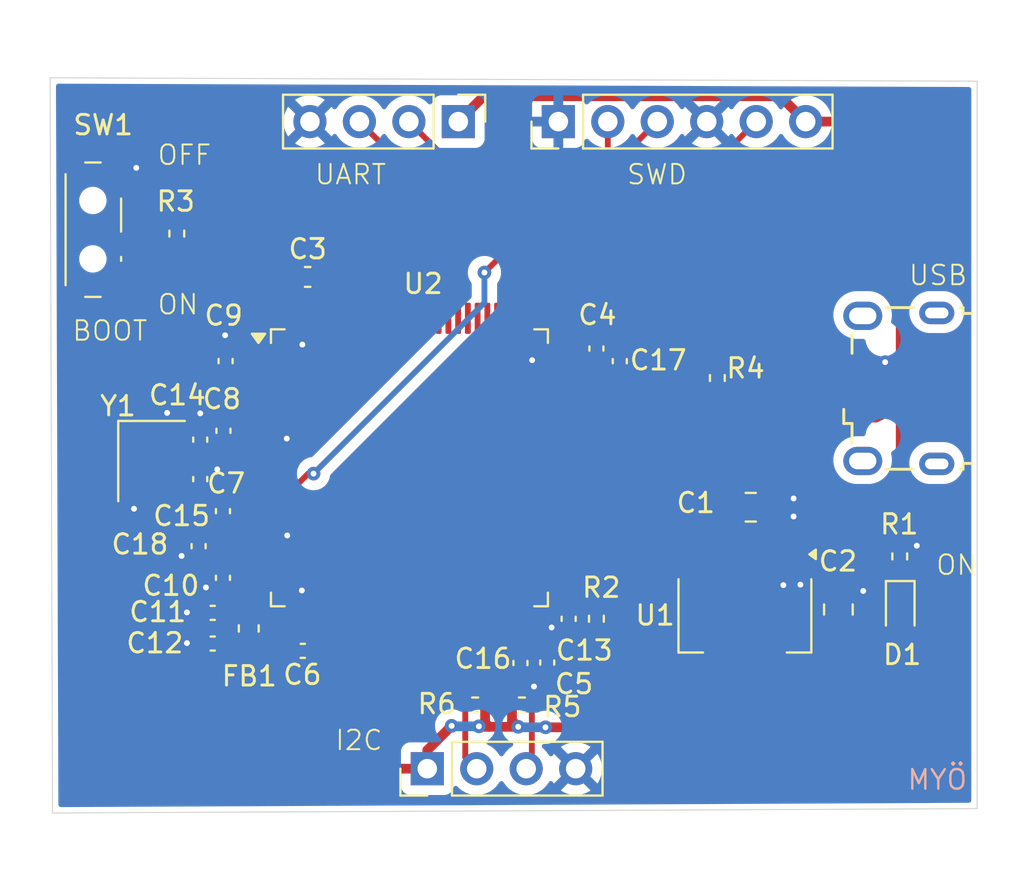
<source format=kicad_pcb>
(kicad_pcb (version 20241229) (generator "pcbnew") (generator_version "9.0")
  (layers (0 "F.Cu" signal) (2 "B.Cu" power) (13 "F.Paste" user) (15 "B.Paste" user) (5 "F.SilkS" user "F.Silkscreen") (7 "B.SilkS" user "B.Silkscreen") (1 "F.Mask" user) (3 "B.Mask" user) (25 "Edge.Cuts" user))
  (net 0 "")
  (net 1 "GND")
  (net 2 "VBUS")
  (net 3 "+3.3V")
  (net 4 "+3.3VA")
  (net 5 "/NRST")
  (net 6 "/HSE_IN")
  (net 7 "/HSE_OUT")
  (net 8 "Net-(U2-VCAP_1)")
  (net 9 "Net-(U2-VCAP_2)")
  (net 10 "/PWR_LED_K")
  (net 13 "/USB_D+")
  (net 15 "/USB_D-")
  (net 18 "/SWCLK")
  (net 19 "/SWDIO")
  (net 20 "/USART1_TX")
  (net 21 "/USART1_RX")
  (net 22 "/I2C2_SCL")
  (net 23 "/I2C2_SDA")
  (net 24 "/SW_BOOT0")
  (net 25 "/BOOT0")
  (footprint "Resistor_SMD:R_0402_1005Metric" (layer "F.Cu") (at 79.175 61.975 180)
    (property "Reference" "R5")
    (property "Value" "1k5")
  )
  (footprint "Resistor_SMD:R_0402_1005Metric" (layer "F.Cu") (at 76.775 61.975)
    (property "Reference" "R6")
    (property "Value" "1k5")
  )
  (footprint "Connector_PinHeader_2.54mm:PinHeader_1x06_P2.54mm_Vertical" (layer "F.Cu") (at 81.045 32.025 90)
    (property "Reference" "J2")
    (property "Value" "Conn_01x06_Pin")
  )
  (footprint "Package_TO_SOT_SMD:SOT-223-3_TabPin2" (layer "F.Cu") (at 90.625 57.375 -90)
    (property "Reference" "U1")
    (property "Value" "AMS1117-3.3")
  )
  (footprint "Resistor_SMD:R_0402_1005Metric" (layer "F.Cu") (at 61.455 37.775 90)
    (property "Reference" "R3")
    (property "Value" "10k")
  )
  (footprint "Resistor_SMD:R_0402_1005Metric" (layer "F.Cu") (at 83 57.55 90)
    (property "Reference" "R2")
    (property "Value" "10k")
  )
  (footprint "Connector_PinHeader_2.54mm:PinHeader_1x04_P2.54mm_Vertical" (layer "F.Cu") (at 75.91 32.025 -90)
    (property "Reference" "J3")
    (property "Value" "Conn_01x04_Pin")
  )
  (footprint "Capacitor_SMD:C_0603_1608Metric" (layer "F.Cu") (at 68.175 40)
    (property "Reference" "C3")
    (property "Value" "10u")
  )
  (footprint "Connector_USB:USB_Micro-B_Wuerth_629105150521" (layer "F.Cu") (at 98.525 45.725 90)
    (property "Reference" "J1")
    (property "Value" "USB_B_Micro")
  )
  (footprint "Button_Switch_SMD:SW_SPDT_PCM12" (layer "F.Cu") (at 57.475 37.575 -90)
    (property "Reference" "SW1")
    (property "Value" "SW_SPDT")
  )
  (footprint "Resistor_SMD:R_0402_1005Metric" (layer "F.Cu") (at 89.21 45.19 -90)
    (property "Reference" "R4")
    (property "Value" "1k5")
  )
  (footprint "Capacitor_SMD:C_0805_2012Metric" (layer "F.Cu") (at 90.925 51.825)
    (property "Reference" "C1")
    (property "Value" "22u")
  )
  (footprint "Capacitor_SMD:C_0402_1005Metric" (layer "F.Cu") (at 63.96 44.32 90)
    (property "Reference" "C9")
    (property "Value" "100n")
  )
  (footprint "Capacitor_SMD:C_0402_1005Metric" (layer "F.Cu") (at 63.85 47.9 90)
    (property "Reference" "C8")
    (property "Value" "100n")
  )
  (footprint "Capacitor_SMD:C_0402_1005Metric" (layer "F.Cu") (at 67.925 59.2 180)
    (property "Reference" "C6")
    (property "Value" "100n")
  )
  (footprint "Capacitor_SMD:C_0402_1005Metric" (layer "F.Cu") (at 62.6575 48.355 90)
    (property "Reference" "C14")
    (property "Value" "22p")
  )
  (footprint "Resistor_SMD:R_0402_1005Metric" (layer "F.Cu") (at 98.575 54.35 90)
    (property "Reference" "R1")
    (property "Value" "1k5")
  )
  (footprint "Capacitor_SMD:C_0402_1005Metric" (layer "F.Cu") (at 63.825 55.45 -90)
    (property "Reference" "C10")
    (property "Value" "10n")
  )
  (footprint "Capacitor_SMD:C_0402_1005Metric" (layer "F.Cu") (at 63.3 58.825 180)
    (property "Reference" "C12")
    (property "Value" "1u")
  )
  (footprint "Package_QFP:LQFP-100_14x14mm_P0.5mm" (layer "F.Cu") (at 73.4 49.8)
    (property "Reference" "U2")
    (property "Value" "STM32F407VGTx")
  )
  (footprint "Crystal:Crystal_SMD_3225-4Pin_3.2x2.5mm" (layer "F.Cu") (at 60.1575 49.455 -90)
    (property "Reference" "Y1")
    (property "Value" "8MHz")
  )
  (footprint "Capacitor_SMD:C_0402_1005Metric" (layer "F.Cu") (at 81.575 57.555 -90)
    (property "Reference" "C13")
    (property "Value" "100n")
  )
  (footprint "Capacitor_SMD:C_0402_1005Metric" (layer "F.Cu") (at 84.2 44.325 -90)
    (property "Reference" "C17")
    (property "Value" "100n")
  )
  (footprint "Connector_PinHeader_2.54mm:PinHeader_1x04_P2.54mm_Vertical" (layer "F.Cu") (at 74.315 65.25 90)
    (property "Reference" "J4")
    (property "Value" "Conn_01x04_Pin")
  )
  (footprint "Capacitor_SMD:C_0402_1005Metric" (layer "F.Cu") (at 62.575 53.825 90)
    (property "Reference" "C18")
    (property "Value" "100n")
  )
  (footprint "Capacitor_SMD:C_0402_1005Metric" (layer "F.Cu") (at 63.3 57.25 180)
    (property "Reference" "C11")
    (property "Value" "1u")
  )
  (footprint "Capacitor_SMD:C_0402_1005Metric" (layer "F.Cu") (at 62.6575 50.38 90)
    (property "Reference" "C15")
    (property "Value" "22p")
  )
  (footprint "LED_SMD:LED_0603_1608Metric" (layer "F.Cu") (at 98.6 57.1 -90)
    (property "Reference" "D1")
    (property "Value" "RED")
  )
  (footprint "Capacitor_SMD:C_0402_1005Metric" (layer "F.Cu") (at 83 43.675 -90)
    (property "Reference" "C4")
    (property "Value" "100n")
  )
  (footprint "Capacitor_SMD:C_0805_2012Metric" (layer "F.Cu") (at 95.425 57.075 90)
    (property "Reference" "C2")
    (property "Value" "22u")
  )
  (footprint "Capacitor_SMD:C_0402_1005Metric" (layer "F.Cu") (at 79.1 59.825 90)
    (property "Reference" "C16")
    (property "Value" "100n")
  )
  (footprint "Capacitor_SMD:C_0402_1005Metric" (layer "F.Cu") (at 63.825 52.025 -90)
    (property "Reference" "C7")
    (property "Value" "100n")
  )
  (footprint "Inductor_SMD:L_0603_1608Metric" (layer "F.Cu") (at 65.15 58.05 -90)
    (property "Reference" "FB1")
    (property "Value" "120R")
  )
  (footprint "Capacitor_SMD:C_0402_1005Metric" (layer "F.Cu") (at 80.475 59.8 -90)
    (property "Reference" "C5")
    (property "Value" "100n")
  )
  (gr_line (start 102.55 29.95) (end 102.55 67.3) (stroke (width 0.05)) (layer "Edge.Cuts"))
  (gr_line (start 102.55 67.3) (end 55.075 67.525) (stroke (width 0.05)) (layer "Edge.Cuts"))
  (gr_line (start 54.95 29.775) (end 102.55 29.95) (stroke (width 0.05)) (layer "Edge.Cuts"))
  (gr_line (start 55.075 67.525) (end 54.95 29.775) (stroke (width 0.05)) (layer "Edge.Cuts"))
  (gr_text "BOOT" (at 56.025 43.35 0) (layer "F.SilkS") (effects (font (size 1 1) (thickness 0.1)) (justify left bottom)))
  (gr_text "I2C" (at 69.525 64.375 0) (layer "F.SilkS") (effects (font (size 1 1) (thickness 0.1)) (justify left bottom)))
  (gr_text "OFF" (at 60.4 34.325 0) (layer "F.SilkS") (effects (font (size 1 1) (thickness 0.1)) (justify left bottom)))
  (gr_text "ON" (at 60.4 42 0) (layer "F.SilkS") (effects (font (size 1 1) (thickness 0.1)) (justify left bottom)))
  (gr_text "UART" (at 68.475 35.325 0) (layer "F.SilkS") (effects (font (size 1 1) (thickness 0.1)) (justify left bottom)))
  (gr_text "USB" (at 98.975 40.5 0) (layer "F.SilkS") (effects (font (size 1 1) (thickness 0.1)) (justify left bottom)))
  (gr_text "SWD" (at 84.5 35.325 0) (layer "F.SilkS") (effects (font (size 1 1) (thickness 0.1)) (justify left bottom)))
  (gr_text "ON" (at 100.375 55.375 0) (layer "F.SilkS") (effects (font (size 1 1) (thickness 0.1)) (justify left bottom)))
  (gr_text "MYÖ" (at 98.9 66.4 0) (layer "B.SilkS") (effects (font (size 1 1) (thickness 0.125)) (justify left bottom)))
  (segment (start 64.611945 53.3) (end 65.725 53.3) (width 0.3) (layer "F.Cu") (net 1))
  (segment (start 67.9 58.435001) (end 67.445 58.890001) (width 0.3) (layer "F.Cu") (net 1))
  (segment (start 79.725 44.3) (end 79.7 44.275) (width 0.3) (layer "F.Cu") (net 1))
  (segment (start 62.6575 49.9) (end 63.5125 49.9) (width 0.5) (layer "F.Cu") (net 1))
  (segment (start 96.62 44.38) (end 97.82 44.38) (width 0.3) (layer "F.Cu") (net 1))
  (segment (start 58.905 35.325) (end 58.905 34.87) (width 0.3) (layer "F.Cu") (net 1))
  (segment (start 67.9 57.475) (end 67.9 58.435001) (width 0.3) (layer "F.Cu") (net 1))
  (segment (start 67.9 41.05) (end 68.95 40) (width 0.3) (layer "F.Cu") (net 1))
  (segment (start 80.475 60.35) (end 79.794975 61.030025) (width 0.5) (layer "F.Cu") (net 1))
  (segment (start 67.9 42.125) (end 67.9 43.475) (width 0.3) (layer "F.Cu") (net 1))
  (segment (start 79.1 60.305) (end 79.1 60.33505) (width 0.5) (layer "F.Cu") (net 1))
  (segment (start 65.725 48.3) (end 67.1 48.3) (width 0.3) (layer "F.Cu") (net 1))
  (segment (start 63.825 52.513055) (end 64.611945 53.3) (width 0.3) (layer "F.Cu") (net 1))
  (segment (start 62.965 55.93) (end 62.95 55.945) (width 0.5) (layer "F.Cu") (net 1))
  (segment (start 84.2 43.845) (end 83.31 43.845) (width 0.3) (layer "F.Cu") (net 1))
  (segment (start 62 57.25) (end 61.975 57.225) (width 0.5) (layer "F.Cu") (net 1))
  (segment (start 63.825 52.505) (end 63.825 52.513055) (width 0.3) (layer "F.Cu") (net 1))
  (segment (start 62.82 57.25) (end 62 57.25) (width 0.5) (layer "F.Cu") (net 1))
  (segment (start 81.075 44.3) (end 82.855 44.3) (width 0.3) (layer "F.Cu") (net 1))
  (segment (start 82.855 44.3) (end 83 44.155) (width 0.3) (layer "F.Cu") (net 1))
  (segment (start 97.82 44.38) (end 97.825 44.375) (width 0.3) (layer "F.Cu") (net 1))
  (segment (start 83.31 43.845) (end 83 44.155) (width 0.3) (layer "F.Cu") (net 1))
  (segment (start 61.0075 47.03) (end 60.9575 46.98) (width 0.5) (layer "F.Cu") (net 1))
  (segment (start 65.725 53.3) (end 67.1 53.3) (width 0.3) (layer "F.Cu") (net 1))
  (segment (start 58.905 34.87) (end 59.375 34.4) (width 0.3) (layer "F.Cu") (net 1))
  (segment (start 63.825 55.93) (end 62.965 55.93) (width 0.5) (layer "F.Cu") (net 1))
  (segment (start 79.1 60.33505) (end 79.794975 61.030025) (width 0.5) (layer "F.Cu") (net 1))
  (segment (start 65.725 48.3) (end 64.77826 48.3) (width 0.3) (layer "F.Cu") (net 1))
  (segment (start 80.475 60.28) (end 80.475 60.35) (width 0.5) (layer "F.Cu") (net 1))
  (segment (start 63.89826 47.42) (end 63.85 47.42) (width 0.3) (layer "F.Cu") (net 1))
  (segment (start 81.075 44.3) (end 79.725 44.3) (width 0.3) (layer "F.Cu") (net 1))
  (segment (start 61.0075 48.355) (end 61.0075 47.03) (width 0.5) (layer "F.Cu") (net 1))
  (segment (start 67.9 42.125) (end 67.9 41.05) (width 0.3) (layer "F.Cu") (net 1))
  (segment (start 62.82 58.825) (end 62 58.825) (width 0.5) (layer "F.Cu") (net 1))
  (segment (start 67.9 57.475) (end 67.9 56.125) (width 0.3) (layer "F.Cu") (net 1))
  (segment (start 62.6575 47.875) (end 62.6575 47.005) (width 0.5) (layer "F.Cu") (net 1))
  (segment (start 59.3075 51.855) (end 59.2575 51.905) (width 0.5) (layer "F.Cu") (net 1))
  (segment (start 99.41 53.84) (end 99.45 53.8) (width 0.5) (layer "F.Cu") (net 1))
  (segment (start 62.575 54.305) (end 61.72 54.305) (width 0.5) (layer "F.Cu") (net 1))
  (segment (start 98.575 53.84) (end 99.41 53.84) (width 0.5) (layer "F.Cu") (net 1))
  (segment (start 59.3075 50.555) (end 59.3075 51.855) (width 0.5) (layer "F.Cu") (net 1))
  (segment (start 63.96 43.02) (end 63.935 42.995) (width 0.5) (layer "F.Cu") (net 1))
  (segment (start 63.96 43.84) (end 63.96 43.02) (width 0.5) (layer "F.Cu") (net 1))
  (segment (start 81.575 58.035) (end 80.735 58.035) (width 0.5) (layer "F.Cu") (net 1))
  (segment (start 80.735 58.035) (end 80.7 58) (width 0.5) (layer "F.Cu") (net 1))
  (segment (start 63.5125 49.9) (end 63.5325 49.88) (width 0.5) (layer "F.Cu") (net 1))
  (segment (start 64.77826 48.3) (end 63.89826 47.42) (width 0.3) (layer "F.Cu") (net 1))
  (segment (start 61.72 54.305) (end 61.7 54.325) (width 0.5) (layer "F.Cu") (net 1))
  (segment (start 62 58.825) (end 61.975 58.8) (width 0.5) (layer "F.Cu") (net 1))
  (segment (start 67.9 56.125) (end 67.875 56.1) (width 0.3) (layer "F.Cu") (net 1))
  (segment (start 67.1 53.3) (end 67.125 53.275) (width 0.3) (layer "F.Cu") (net 1))
  (segment (start 67.445 58.890001) (end 67.445 59.2) (width 0.3) (layer "F.Cu") (net 1))
  (via (at 62.6575 47.005) (size 0.7) (drill 0.3) (layers "F.Cu" "B.Cu") (net 1))
  (via (at 59.375 34.4) (size 0.7) (drill 0.3) (layers "F.Cu" "B.Cu") (net 1))
  (via (at 61.975 57.225) (size 0.7) (drill 0.3) (layers "F.Cu" "B.Cu") (net 1))
  (via (at 92.6 55.825) (size 0.7) (drill 0.3) (layers "F.Cu" "B.Cu") (net 1))
  (via (at 93.125 52.3) (size 0.7) (drill 0.3) (layers "F.Cu" "B.Cu") (net 1))
  (via (at 93.475 55.8) (size 0.7) (drill 0.3) (layers "F.Cu" "B.Cu") (net 1))
  (via (at 59.2575 51.905) (size 0.7) (drill 0.3) (layers "F.Cu" "B.Cu") (net 1))
  (via (at 67.875 56.1) (size 0.7) (drill 0.3) (layers "F.Cu" "B.Cu") (net 1))
  (via (at 61.7 54.325) (size 0.7) (drill 0.3) (layers "F.Cu" "B.Cu") (net 1))
  (via (at 67.125 53.275) (size 0.7) (drill 0.3) (layers "F.Cu" "B.Cu") (net 1))
  (via (at 97.825 44.375) (size 0.7) (drill 0.3) (layers "F.Cu" "B.Cu") (net 1))
  (via (at 62.95 55.945) (size 0.7) (drill 0.3) (layers "F.Cu" "B.Cu") (net 1))
  (via (at 79.794975 61.030025) (size 0.7) (drill 0.3) (layers "F.Cu" "B.Cu") (net 1))
  (via (at 63.935 42.995) (size 0.7) (drill 0.3) (layers "F.Cu" "B.Cu") (net 1))
  (via (at 61.975 58.8) (size 0.7) (drill 0.3) (layers "F.Cu" "B.Cu") (net 1))
  (via (at 80.7 58) (size 0.7) (drill 0.3) (layers "F.Cu" "B.Cu") (net 1))
  (via (at 99.45 53.8) (size 0.7) (drill 0.3) (layers "F.Cu" "B.Cu") (net 1))
  (via (at 60.9575 46.98) (size 0.7) (drill 0.3) (layers "F.Cu" "B.Cu") (net 1))
  (via (at 96.7 56.125) (size 0.7) (drill 0.3) (layers "F.Cu" "B.Cu") (net 1))
  (via (at 67.9 43.475) (size 0.7) (drill 0.3) (layers "F.Cu" "B.Cu") (net 1))
  (via (at 79.7 44.275) (size 0.7) (drill 0.3) (layers "F.Cu" "B.Cu") (net 1))
  (via (at 93.125 51.375) (size 0.7) (drill 0.3) (layers "F.Cu" "B.Cu") (net 1))
  (via (at 67.1 48.3) (size 0.7) (drill 0.3) (layers "F.Cu" "B.Cu") (net 1))
  (via (at 63.5325 49.88) (size 0.7) (drill 0.3) (layers "F.Cu" "B.Cu") (net 1))
  (segment (start 61.7 54.325) (end 61.675 54.3) (width 0.5) (layer "B.Cu") (net 1))
  (segment (start 88.514 43.114) (end 83.081 43.114) (width 0.5) (layer "F.Cu") (net 3))
  (segment (start 64.4 53.8) (end 63.945 53.345) (width 0.3) (layer "F.Cu") (net 3))
  (segment (start 86.7 64.25) (end 85.4875 63.0375) (width 0.5) (layer "F.Cu") (net 3))
  (segment (start 58.905 39.825) (end 60.825 39.825) (width 0.5) (layer "F.Cu") (net 3))
  (segment (start 65.975 65.25) (end 74.315 65.25) (width 0.5) (layer "F.Cu") (net 3))
  (segment (start 76.99 63.1) (end 76.965 63.075) (width 0.5) (layer "F.Cu") (net 3))
  (segment (start 65.725 52.8) (end 64.820465 52.8) (width 0.3) (layer "F.Cu") (net 3))
  (segment (start 77.285 62.885) (end 77.5 63.1) (width 0.5) (layer "F.Cu") (net 3))
  (segment (start 63.96 45.439534) (end 64.820466 46.3) (width 0.3) (layer "F.Cu") (net 3))
  (segment (start 85.4875 63.0375) (end 85.4 63.125) (width 0.5) (layer "F.Cu") (net 3))
  (segment (start 88.514 42.511) (end 97.4125 33.6125) (width 0.5) (layer "F.Cu") (net 3))
  (segment (start 78.665 61.975) (end 78.665 62.78) (width 0.5) (layer "F.Cu") (net 3))
  (segment (start 64.48 51.545) (end 63.825 51.545) (width 0.3) (layer "F.Cu") (net 3))
  (segment (start 65.725 53.8) (end 64.4 53.8) (width 0.3) (layer "F.Cu") (net 3))
  (segment (start 81.68 43.195) (end 83 43.195) (width 0.3) (layer "F.Cu") (net 3))
  (segment (start 68.4 57.475) (end 68.4 59.195) (width 0.3) (layer "F.Cu") (net 3))
  (segment (start 78.665 62.78) (end 78.985 63.1) (width 0.5) (layer "F.Cu") (net 3))
  (segment (start 97.4125 33.6125) (end 97.4125 33.5375) (width 0.5) (layer "F.Cu") (net 3))
  (segment (start 95.9 32.025) (end 97.4125 33.5375) (width 0.5) (layer "F.Cu") (net 3))
  (segment (start 68.4 59.195) (end 68.405 59.2) (width 0.3) (layer "F.Cu") (net 3))
  (segment (start 100.251 56.2365) (end 98.6 57.8875) (width 0.5) (layer "F.Cu") (net 3))
  (segment (start 63.78 58.825) (end 65.1375 58.825) (width 0.5) (layer "F.Cu") (net 3))
  (segment (start 77.5 63.1) (end 78.985 63.1) (width 0.5) (layer "F.Cu") (net 3))
  (segment (start 83.025 60.575) (end 83.025 59.225) (width 0.5) (layer "F.Cu") (net 3))
  (segment (start 77.5 63.1) (end 76.99 63.1) (width 0.5) (layer "F.Cu") (net 3))
  (segment (start 85.4875 63.0375) (end 83.025 60.575) (width 0.5) (layer "F.Cu") (net 3))
  (segment (start 97.05 58.025) (end 97.05 60.025) (width 0.5) (layer "F.Cu") (net 3))
  (segment (start 83.081 43.114) (end 83 43.195) (width 0.5) (layer "F.Cu") (net 3))
  (segment (start 99.45 52.25) (end 100.251 53.051) (width 0.5) (layer "F.Cu") (net 3))
  (segment (start 65.15 64.425) (end 65.975 65.25) (width 0.5) (layer "F.Cu") (net 3))
  (segment (start 62.025 43.174999) (end 63.650001 44.8) (width 0.5) (layer "F.Cu") (net 3))
  (segment (start 85.4 63.125) (end 80.385 63.125) (width 0.5) (layer "F.Cu") (net 3))
  (segment (start 77.211 30.724) (end 92.444 30.724) (width 0.5) (layer "F.Cu") (net 3))
  (segment (start 88.514 43.114) (end 88.514 42.511) (width 0.5) (layer "F.Cu") (net 3))
  (segment (start 63.96 44.8) (end 63.98 44.82) (width 0.3) (layer "F.Cu") (net 3))
  (segment (start 63.650001 44.8) (end 63.96 44.8) (width 0.5) (layer "F.Cu") (net 3))
  (segment (start 98.625 52.05) (end 98.825 52.25) (width 0.5) (layer "F.Cu") (net 3))
  (segment (start 77.285 61.975) (end 77.285 62.885) (width 0.5) (layer "F.Cu") (net 3))
  (segment (start 74.315 65.25) (end 74.315 64.3) (width 0.5) (layer "F.Cu") (net 3))
  (segment (start 83 59.2) (end 83 58.06) (width 0.5) (layer "F.Cu") (net 3))
  (segment (start 60.825 39.825) (end 62.025 41.025) (width 0.5) (layer "F.Cu") (net 3))
  (segment (start 82.93 59.32) (end 83.025 59.225) (width 0.3) (layer "F.Cu") (net 3))
  (segment (start 63.96 44.8) (end 63.96 45.439534) (width 0.3) (layer "F.Cu") (net 3))
  (segment (start 97.05 60.025) (end 92.825 64.25) (width 0.5) (layer "F.Cu") (net 3))
  (segment (start 67.4 42.125) (end 67.4 40) (width 0.3) (layer "F.Cu") (net 3))
  (segment (start 65.1375 58.825) (end 65.15 58.8375) (width 0.5) (layer "F.Cu") (net 3))
  (segment (start 64.5 51.525) (end 64.48 51.545) (width 0.3) (layer "F.Cu") (net 3))
  (segment (start 75.91 32.025) (end 77.211 30.724) (width 0.5) (layer "F.Cu") (net 3))
  (segment (start 83.025 59.225) (end 83 59.2) (width 0.5) (layer "F.Cu") (net 3))
  (segment (start 79.4 57.475) (end 79.4 58.245) (width 0.3) (layer "F.Cu") (net 3))
  (segment (start 92.444 30.724) (end 93.745 32.025) (width 0.5) (layer "F.Cu") (net 3))
  (segment (start 93.745 32.025) (end 95.9 32.025) (width 0.5) (layer "F.Cu") (net 3))
  (segment (start 80.475 59.32) (end 82.93 59.32) (width 0.3) (layer "F.Cu") (net 3))
  (segment (start 98.4625 58.025) (end 98.6 57.8875) (width 0.5) (layer "F.Cu") (net 3))
  (segment (start 89.2 44.05) (end 88.514 43.364) (width 0.3) (layer "F.Cu") (net 3))
  (segment (start 64.27 48.8) (end 63.85 48.38) (width 0.3) (layer "F.Cu") (net 3))
  (segment (start 95.425 58.025) (end 97.05 58.025) (width 0.5) (layer "F.Cu") (net 3))
  (segment (start 63.945 53.345) (end 62.575 53.345) (width 0.3) (layer "F.Cu") (net 3))
  (segment (start 64.820465 52.8) (end 64.5 52.479535) (width 0.3) (layer "F.Cu") (net 3))
  (segment (start 64.820466 46.3) (end 65.725 46.3) (width 0.3) (layer "F.Cu") (net 3))
  (segment (start 89.2 44.69) (end 89.2 44.05) (width 0.3) (layer "F.Cu") (net 3))
  (segment (start 98.825 52.25) (end 99.45 52.25) (width 0.5) (layer "F.Cu") (net 3))
  (segment (start 81.075 43.8) (end 81.68 43.195) (width 0.3) (layer "F.Cu") (net 3))
  (segment (start 62.025 41.025) (end 62.025 43.174999) (width 0.5) (layer "F.Cu") (net 3))
  (segment (start 79.4 58.245) (end 80.475 59.32) (width 0.3) (layer "F.Cu") (net 3))
  (segment (start 100.251 53.051) (end 100.251 56.2365) (width 0.5) (layer "F.Cu") (net 3))
  (segment (start 97.4125 33.5375) (end 98.625 34.75) (width 0.5) (layer "F.Cu") (net 3))
  (segment (start 64.5 52.479535) (end 64.5 51.525) (width 0.3) (layer "F.Cu") (net 3))
  (segment (start 92.825 64.25) (end 86.7 64.25) (width 0.5) (layer "F.Cu") (net 3))
  (segment (start 98.625 34.75) (end 98.625 52.05) (width 0.5) (layer "F.Cu") (net 3))
  (segment (start 74.315 64.3) (end 75.565 63.05) (width 0.5) (layer "F.Cu") (net 3))
  (segment (start 88.514 43.364) (end 88.514 43.114) (width 0.3) (layer "F.Cu") (net 3))
  (segment (start 97.05 58.025) (end 98.4625 58.025) (width 0.5) (layer "F.Cu") (net 3))
  (segment (start 65.725 48.8) (end 64.27 48.8) (width 0.3) (layer "F.Cu") (net 3))
  (segment (start 65.15 58.8375) (end 65.15 64.425) (width 0.5) (layer "F.Cu") (net 3))
  (via (at 75.565 63.05) (size 0.7) (drill 0.3) (layers "F.Cu" "B.Cu") (net 3))
  (via (at 76.965 63.075) (size 0.7) (drill 0.3) (layers "F.Cu" "B.Cu") (net 3))
  (via (at 80.385 63.125) (size 0.7) (drill 0.3) (layers "F.Cu" "B.Cu") (net 3))
  (via (at 78.985 63.1) (size 0.7) (drill 0.3) (layers "F.Cu" "B.Cu") (net 3))
  (segment (start 79.01 63.125) (end 78.985 63.1) (width 0.5) (layer "B.Cu") (net 3))
  (segment (start 75.59 63.075) (end 75.565 63.05) (width 0.5) (layer "B.Cu") (net 3))
  (segment (start 80.385 63.125) (end 79.01 63.125) (width 0.5) (layer "B.Cu") (net 3))
  (segment (start 76.965 63.075) (end 75.59 63.075) (width 0.5) (layer "B.Cu") (net 3))
  (segment (start 65.6875 57.2625) (end 65.15 57.2625) (width 0.3) (layer "F.Cu") (net 4))
  (segment (start 65.725 54.3) (end 64.495 54.3) (width 0.3) (layer "F.Cu") (net 4))
  (segment (start 65.725 54.3) (end 67.05 54.3) (width 0.3) (layer "F.Cu") (net 4))
  (segment (start 64.495 54.3) (end 63.825 54.97) (width 0.3) (layer "F.Cu") (net 4))
  (segment (start 67.075 54.325) (end 67.075 55.875) (width 0.3) (layer "F.Cu") (net 4))
  (segment (start 65.1375 57.25) (end 65.15 57.2625) (width 0.5) (layer "F.Cu") (net 4))
  (segment (start 67.075 55.875) (end 65.6875 57.2625) (width 0.3) (layer "F.Cu") (net 4))
  (segment (start 63.78 57.25) (end 65.1375 57.25) (width 0.5) (layer "F.Cu") (net 4))
  (segment (start 67.05 54.3) (end 67.075 54.325) (width 0.3) (layer "F.Cu") (net 4))
  (segment (start 68.475 50.1) (end 68.2 50.1) (width 0.3) (layer "F.Cu") (net 5))
  (segment (start 80.824 56.324) (end 72.653534 56.324) (width 0.3) (layer "F.Cu") (net 5))
  (segment (start 67.314767 50.985233) (end 66.629534 50.3) (width 0.3) (layer "F.Cu") (net 5))
  (segment (start 83 57.04) (end 81.61 57.04) (width 0.3) (layer "F.Cu") (net 5))
  (segment (start 81.575 57.075) (end 80.824 56.324) (width 0.3) (layer "F.Cu") (net 5))
  (segment (start 72.653534 56.324) (end 67.314767 50.985233) (width 0.3) (layer "F.Cu") (net 5))
  (segment (start 81.61 57.04) (end 81.575 57.075) (width 0.3) (layer "F.Cu") (net 5))
  (segment (start 83.585 33.44) (end 77.25 39.775) (width 0.3) (layer "F.Cu") (net 5))
  (segment (start 83.585 32.025) (end 83.585 33.44) (width 0.3) (layer "F.Cu") (net 5))
  (segment (start 68.2 50.1) (end 67.314767 50.985233) (width 0.3) (layer "F.Cu") (net 5))
  (segment (start 66.629534 50.3) (end 65.725 50.3) (width 0.3) (layer "F.Cu") (net 5))
  (via (at 77.25 39.775) (size 0.7) (drill 0.3) (layers "F.Cu" "B.Cu") (net 5))
  (via (at 68.475 50.1) (size 0.7) (drill 0.3) (layers "F.Cu" "B.Cu") (net 5))
  (segment (start 77.25 41.325) (end 68.475 50.1) (width 0.3) (layer "B.Cu") (net 5))
  (segment (start 77.25 39.775) (end 77.25 41.325) (width 0.3) (layer "B.Cu") (net 5))
  (segment (start 63.683864 49.04) (end 62.97 49.04) (width 0.3) (layer "F.Cu") (net 6))
  (segment (start 62.6575 48.835) (end 62.6525 48.835) (width 0.3) (layer "F.Cu") (net 6))
  (segment (start 60.3825 49.43) (end 59.3075 48.355) (width 0.3) (layer "F.Cu") (net 6))
  (segment (start 62.6525 48.835) (end 62.0575 49.43) (width 0.3) (layer "F.Cu") (net 6))
  (segment (start 63.943864 49.3) (end 63.683864 49.04) (width 0.3) (layer "F.Cu") (net 6))
  (segment (start 62.0575 49.43) (end 60.3825 49.43) (width 0.3) (layer "F.Cu") (net 6))
  (segment (start 65.725 49.3) (end 63.943864 49.3) (width 0.3) (layer "F.Cu") (net 6))
  (segment (start 64.82 49.8) (end 63.76 50.86) (width 0.3) (layer "F.Cu") (net 7))
  (segment (start 61.3125 50.86) (end 61.0075 50.555) (width 0.3) (layer "F.Cu") (net 7))
  (segment (start 63.76 50.86) (end 62.6575 50.86) (width 0.3) (layer "F.Cu") (net 7))
  (segment (start 62.6575 50.86) (end 61.3125 50.86) (width 0.3) (layer "F.Cu") (net 7))
  (segment (start 65.725 49.8) (end 64.82 49.8) (width 0.3) (layer "F.Cu") (net 7))
  (segment (start 78.9 57.475) (end 78.9 59.145) (width 0.3) (layer "F.Cu") (net 8))
  (segment (start 78.9 59.145) (end 79.1 59.345) (width 0.3) (layer "F.Cu") (net 8))
  (segment (start 84.195 44.8) (end 84.2 44.805) (width 0.3) (layer "F.Cu") (net 9))
  (segment (start 81.075 44.8) (end 84.195 44.8) (width 0.3) (layer "F.Cu") (net 9))
  (segment (start 98.6 54.885) (end 98.575 54.86) (width 0.5) (layer "F.Cu") (net 10))
  (segment (start 98.6 56.3125) (end 98.6 54.885) (width 0.5) (layer "F.Cu") (net 10))
  (segment (start 89.21 45.7) (end 89.21 45.815) (width 0.3) (layer "F.Cu") (net 13))
  (segment (start 81.075 45.8) (end 82.275001 45.8) (width 0.2) (layer "F.Cu") (net 13))
  (segment (start 89.21 45.815) (end 89.2 45.825) (width 0.3) (layer "F.Cu") (net 13))
  (segment (start 95.649999 45.725) (end 96.625 45.725) (width 0.2) (layer "F.Cu") (net 13))
  (segment (start 95.549999 45.825) (end 95.649999 45.725) (width 0.2) (layer "F.Cu") (net 13))
  (segment (start 82.275001 45.8) (end 82.300001 45.825) (width 0.2) (layer "F.Cu") (net 13))
  (segment (start 82.300001 45.825) (end 89.2 45.825) (width 0.2) (layer "F.Cu") (net 13))
  (segment (start 89.2 45.825) (end 95.549999 45.825) (width 0.2) (layer "F.Cu") (net 13))
  (segment (start 96.565 45.735) (end 96.62 45.68) (width 0.3) (layer "F.Cu") (net 13))
  (segment (start 96.59 46.3) (end 96.62 46.33) (width 0.3) (layer "F.Cu") (net 15))
  (segment (start 96.594 46.356) (end 96.62 46.33) (width 0.3) (layer "F.Cu") (net 15))
  (segment (start 82.275001 46.3) (end 82.300001 46.275) (width 0.2) (layer "F.Cu") (net 15))
  (segment (start 82.300001 46.275) (end 95.549999 46.275) (width 0.2) (layer "F.Cu") (net 15))
  (segment (start 95.549999 46.275) (end 95.649999 46.375) (width 0.2) (layer "F.Cu") (net 15))
  (segment (start 95.649999 46.375) (end 96.625 46.375) (width 0.2) (layer "F.Cu") (net 15))
  (segment (start 81.075 46.3) (end 82.275001 46.3) (width 0.2) (layer "F.Cu") (net 15))
  (segment (start 79.4 38.75) (end 86.125 32.025) (width 0.3) (layer "F.Cu") (net 18))
  (segment (start 79.4 42.125) (end 79.4 38.75) (width 0.3) (layer "F.Cu") (net 18))
  (segment (start 81.075 45.3) (end 79.65 45.3) (width 0.3) (layer "F.Cu") (net 19))
  (segment (start 79.65 45.3) (end 78.999 44.649) (width 0.3) (layer "F.Cu") (net 19))
  (segment (start 78.999 43.984636) (end 80.558636 42.425) (width 0.3) (layer "F.Cu") (net 19))
  (segment (start 78.999 44.649) (end 78.999 43.984636) (width 0.3) (layer "F.Cu") (net 19))
  (segment (start 80.805 42.425) (end 91.205 32.025) (width 0.3) (layer "F.Cu") (net 19))
  (segment (start 80.558636 42.425) (end 80.805 42.425) (width 0.3) (layer "F.Cu") (net 19))
  (segment (start 71.4 42.125) (end 71.4 41.2) (width 0.3) (layer "F.Cu") (net 20))
  (segment (start 71.4 41.2) (end 74.85 37.75) (width 0.3) (layer "F.Cu") (net 20))
  (segment (start 74.85 33.505) (end 73.37 32.025) (width 0.3) (layer "F.Cu") (net 20))
  (segment (start 74.85 37.75) (end 74.85 33.505) (width 0.3) (layer "F.Cu") (net 20))
  (segment (start 70.9 40.95) (end 74.35 37.5) (width 0.3) (layer "F.Cu") (net 21))
  (segment (start 70.9 42.125) (end 70.9 40.95) (width 0.3) (layer "F.Cu") (net 21))
  (segment (start 73.005 34.2) (end 70.83 32.025) (width 0.3) (layer "F.Cu") (net 21))
  (segment (start 74.35 37.5) (end 74.35 34.2) (width 0.3) (layer "F.Cu") (net 21))
  (segment (start 74.35 34.2) (end 73.005 34.2) (width 0.3) (layer "F.Cu") (net 21))
  (segment (start 76.265 61.975) (end 76.265 64.66) (width 0.3) (layer "F.Cu") (net 22))
  (segment (start 76.265 64.66) (end 76.855 65.25) (width 0.3) (layer "F.Cu") (net 22))
  (segment (start 76.265 60.035) (end 76.265 61.975) (width 0.3) (layer "F.Cu") (net 22))
  (segment (start 77.9 58.4) (end 76.265 60.035) (width 0.3) (layer "F.Cu") (net 22))
  (segment (start 77.9 57.475) (end 77.9 58.4) (width 0.3) (layer "F.Cu") (net 22))
  (segment (start 78.4 57.475) (end 78.4 60.625) (width 0.3) (layer "F.Cu") (net 23))
  (segment (start 79.685 64.96) (end 79.395 65.25) (width 0.3) (layer "F.Cu") (net 23))
  (segment (start 79.685 61.91) (end 79.685 61.975) (width 0.3) (layer "F.Cu") (net 23))
  (segment (start 79.685 61.975) (end 79.685 64.96) (width 0.3) (layer "F.Cu") (net 23))
  (segment (start 78.4 60.625) (end 79.685 61.91) (width 0.3) (layer "F.Cu") (net 23))
  (segment (start 58.905 38.325) (end 61.415 38.325) (width 0.3) (layer "F.Cu") (net 24))
  (segment (start 61.415 38.325) (end 61.455 38.285) (width 0.3) (layer "F.Cu") (net 24))
  (segment (start 70.4 42.125) (end 70.4 37.675) (width 0.3) (layer "F.Cu") (net 25))
  (segment (start 70.4 37.675) (end 69.99 37.265) (width 0.3) (layer "F.Cu") (net 25))
  (segment (start 69.99 37.265) (end 61.455 37.265) (width 0.3) (layer "F.Cu") (net 25))
  (zone (net 1) (net_name "GND") (layer "F.Cu") (priority 1) (connect_pads yes (clearance 0.3)) (min_thickness 0.25) (fill yes (thermal_gap 0.5) (thermal_bridge_width 0.5))
    (polygon (pts (xy 91.025 50.75) (xy 93.5 50.75) (xy 93.5 52.75) (xy 94.25 52.75) (xy 94.25 55.25) (xy 97.025 55.25) (xy 97.05 56.85) (xy 92.25 56.85) (xy 92 56.45) (xy 91.925 53) (xy 91.05 52.975)))
  )
  (zone (net 2) (net_name "VBUS") (layer "F.Cu") (priority 2) (connect_pads yes (clearance 0.3)) (min_thickness 0.25) (fill yes (thermal_gap 0.5) (thermal_bridge_width 0.5))
    (polygon (pts (xy 89.475 55.75) (xy 87.275 55.775) (xy 87.25 53.15) (xy 87.525 52.775) (xy 88.825 52.775) (xy 89.025 52.525) (xy 89.025 50.975) (xy 89.25 50.725) (xy 89.5 47.25) (xy 89.775 46.975) (xy 90 46.775) (xy 97.675 46.625) (xy 97.85 46.875) (xy 97.825 47.275) (xy 97.4 47.475) (xy 90.425 47.475) (xy 90.025 47.775) (xy 89.65 50.7) (xy 89.8 50.775) (xy 90.65 50.775) (xy 90.75 50.975) (xy 90.75 52.75) (xy 90.55 52.875) (xy 89.825 52.9) (xy 89.65 52.975) (xy 89.8 52.975) (xy 89.45 52.975)))
  )
  (zone (net 3) (net_name "+3.3V") (layer "F.Cu") (priority 3) (connect_pads yes (clearance 0.3)) (min_thickness 0.25) (fill yes (thermal_gap 0.5) (thermal_bridge_width 0.5))
    (polygon (pts (xy 88.3 59.275) (xy 88.375 61.725) (xy 88.525 61.95) (xy 92.45 61.975) (xy 92.7 61.75) (xy 92.925 61.475) (xy 92.925 58.85) (xy 94.175 58.85) (xy 94.45 58.975) (xy 96.45 58.975) (xy 96.7 58.75) (xy 96.7 57.45) (xy 96.5 57.225) (xy 94.575 57.225) (xy 94.3 57.375) (xy 92.275 58.55) (xy 91.825 58.475) (xy 91.7 53.275) (xy 91.4 53) (xy 89.875 53) (xy 89.75 53.125) (xy 89.65 53.3) (xy 89.575 53.575) (xy 89.575 58.775)))
  )
  (zone (net 1) (net_name "GND") (layer "B.Cu") (connect_pads (clearance 0.5)) (min_thickness 0.25) (fill yes (thermal_gap 0.5) (thermal_bridge_width 0.5))
    (polygon (pts (xy 54.95 29.775) (xy 55.075 67.525) (xy 102.55 67.3) (xy 102.55 29.95)))
  )
)
</source>
